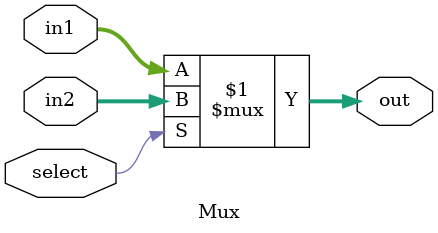
<source format=v>
module Mux #(parameter WIDTH = 32) (
  input wire [WIDTH-1:0] in1,
  input wire [WIDTH-1:0] in2,
  input wire select,
  output wire [WIDTH-1:0] out
);

assign out = select ? in2 : in1;


endmodule
</source>
